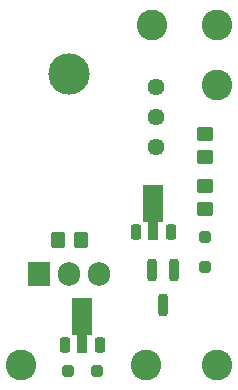
<source format=gbr>
%TF.GenerationSoftware,KiCad,Pcbnew,9.0.0*%
%TF.CreationDate,2025-02-28T18:37:17+01:00*%
%TF.ProjectId,C-Audio HV-CCS,432d4175-6469-46f2-9048-562d4343532e,rev?*%
%TF.SameCoordinates,Original*%
%TF.FileFunction,Soldermask,Top*%
%TF.FilePolarity,Negative*%
%FSLAX46Y46*%
G04 Gerber Fmt 4.6, Leading zero omitted, Abs format (unit mm)*
G04 Created by KiCad (PCBNEW 9.0.0) date 2025-02-28 18:37:17*
%MOMM*%
%LPD*%
G01*
G04 APERTURE LIST*
G04 Aperture macros list*
%AMRoundRect*
0 Rectangle with rounded corners*
0 $1 Rounding radius*
0 $2 $3 $4 $5 $6 $7 $8 $9 X,Y pos of 4 corners*
0 Add a 4 corners polygon primitive as box body*
4,1,4,$2,$3,$4,$5,$6,$7,$8,$9,$2,$3,0*
0 Add four circle primitives for the rounded corners*
1,1,$1+$1,$2,$3*
1,1,$1+$1,$4,$5*
1,1,$1+$1,$6,$7*
1,1,$1+$1,$8,$9*
0 Add four rect primitives between the rounded corners*
20,1,$1+$1,$2,$3,$4,$5,0*
20,1,$1+$1,$4,$5,$6,$7,0*
20,1,$1+$1,$6,$7,$8,$9,0*
20,1,$1+$1,$8,$9,$2,$3,0*%
%AMFreePoly0*
4,1,9,3.862500,-0.866500,0.737500,-0.866500,0.737500,-0.450000,-0.737500,-0.450000,-0.737500,0.450000,0.737500,0.450000,0.737500,0.866500,3.862500,0.866500,3.862500,-0.866500,3.862500,-0.866500,$1*%
G04 Aperture macros list end*
%ADD10C,3.500000*%
%ADD11C,1.440000*%
%ADD12RoundRect,0.250000X0.450000X-0.350000X0.450000X0.350000X-0.450000X0.350000X-0.450000X-0.350000X0*%
%ADD13RoundRect,0.200000X-0.200000X0.750000X-0.200000X-0.750000X0.200000X-0.750000X0.200000X0.750000X0*%
%ADD14C,2.600000*%
%ADD15RoundRect,0.250000X-0.250000X0.250000X-0.250000X-0.250000X0.250000X-0.250000X0.250000X0.250000X0*%
%ADD16RoundRect,0.250000X-0.350000X-0.450000X0.350000X-0.450000X0.350000X0.450000X-0.350000X0.450000X0*%
%ADD17RoundRect,0.225000X0.225000X-0.425000X0.225000X0.425000X-0.225000X0.425000X-0.225000X-0.425000X0*%
%ADD18FreePoly0,90.000000*%
%ADD19RoundRect,0.250000X-0.450000X0.350000X-0.450000X-0.350000X0.450000X-0.350000X0.450000X0.350000X0*%
%ADD20RoundRect,0.250000X0.250000X0.250000X-0.250000X0.250000X-0.250000X-0.250000X0.250000X-0.250000X0*%
%ADD21R,1.905000X2.000000*%
%ADD22O,1.905000X2.000000*%
G04 APERTURE END LIST*
D10*
%TO.C,H1*%
X142500000Y-91500000D03*
%TD*%
D11*
%TO.C,RV1*%
X149800000Y-97750000D03*
X149800000Y-95210000D03*
X149800000Y-92670001D03*
%TD*%
D12*
%TO.C,R2*%
X154000000Y-103000000D03*
X154000000Y-101000000D03*
%TD*%
D13*
%TO.C,Q5*%
X151350000Y-108100000D03*
X149450000Y-108100000D03*
X150400000Y-111100000D03*
%TD*%
D14*
%TO.C,J5*%
X155000000Y-87350000D03*
%TD*%
D15*
%TO.C,D1*%
X154000000Y-105350001D03*
X154000000Y-107849999D03*
%TD*%
D16*
%TO.C,R1*%
X141500000Y-105550000D03*
X143500000Y-105550000D03*
%TD*%
D14*
%TO.C,J6*%
X149000000Y-116200000D03*
%TD*%
%TO.C,J1*%
X138400000Y-116200000D03*
%TD*%
%TO.C,J3*%
X155000000Y-92450000D03*
%TD*%
D17*
%TO.C,Q1*%
X142100000Y-114450000D03*
D18*
X143600000Y-114362499D03*
D17*
X145100000Y-114450000D03*
%TD*%
D14*
%TO.C,J4*%
X149450000Y-87350000D03*
%TD*%
%TO.C,J2*%
X155000000Y-116200000D03*
%TD*%
D19*
%TO.C,R3*%
X154000000Y-96600000D03*
X154000000Y-98600000D03*
%TD*%
D20*
%TO.C,D2*%
X144849999Y-116700000D03*
X142350001Y-116700000D03*
%TD*%
D17*
%TO.C,Q3*%
X148100000Y-104950000D03*
D18*
X149600000Y-104862499D03*
D17*
X151100000Y-104950000D03*
%TD*%
D21*
%TO.C,Q2*%
X139960000Y-108500000D03*
D22*
X142500000Y-108500000D03*
X145039999Y-108500000D03*
%TD*%
M02*

</source>
